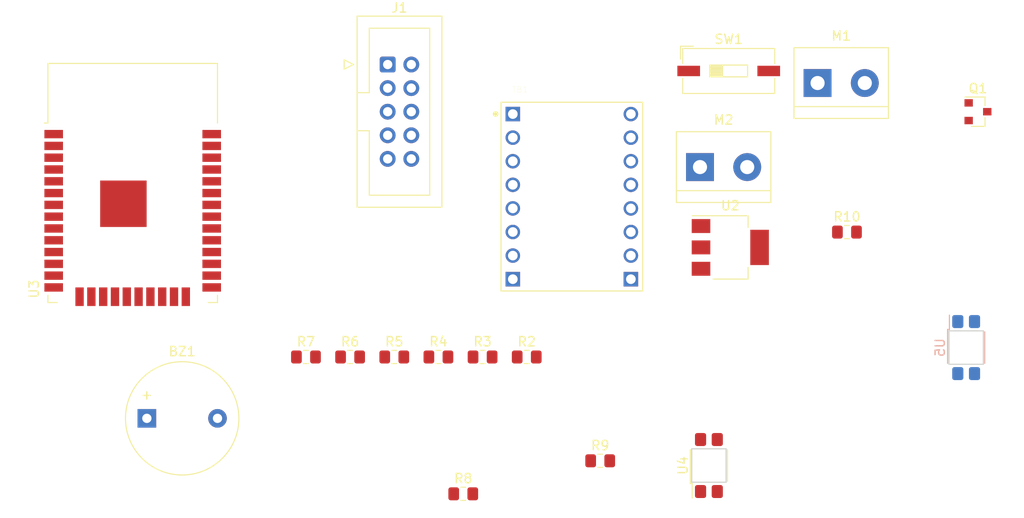
<source format=kicad_pcb>
(kicad_pcb (version 20171130) (host pcbnew "(5.1.6)-1")

  (general
    (thickness 1.6)
    (drawings 0)
    (tracks 0)
    (zones 0)
    (modules 20)
    (nets 82)
  )

  (page A4)
  (layers
    (0 F.Cu signal)
    (31 B.Cu signal)
    (32 B.Adhes user)
    (33 F.Adhes user)
    (34 B.Paste user)
    (35 F.Paste user)
    (36 B.SilkS user)
    (37 F.SilkS user)
    (38 B.Mask user)
    (39 F.Mask user)
    (40 Dwgs.User user)
    (41 Cmts.User user)
    (42 Eco1.User user)
    (43 Eco2.User user)
    (44 Edge.Cuts user)
    (45 Margin user)
    (46 B.CrtYd user)
    (47 F.CrtYd user)
    (48 B.Fab user)
    (49 F.Fab user)
  )

  (setup
    (last_trace_width 0.25)
    (trace_clearance 0.2)
    (zone_clearance 0.508)
    (zone_45_only no)
    (trace_min 0.2)
    (via_size 0.8)
    (via_drill 0.4)
    (via_min_size 0.4)
    (via_min_drill 0.3)
    (uvia_size 0.3)
    (uvia_drill 0.1)
    (uvias_allowed no)
    (uvia_min_size 0.2)
    (uvia_min_drill 0.1)
    (edge_width 0.05)
    (segment_width 0.2)
    (pcb_text_width 0.3)
    (pcb_text_size 1.5 1.5)
    (mod_edge_width 0.12)
    (mod_text_size 1 1)
    (mod_text_width 0.15)
    (pad_size 1.524 1.524)
    (pad_drill 0.762)
    (pad_to_mask_clearance 0.05)
    (aux_axis_origin 0 0)
    (visible_elements 7FFFFFFF)
    (pcbplotparams
      (layerselection 0x010fc_ffffffff)
      (usegerberextensions false)
      (usegerberattributes true)
      (usegerberadvancedattributes true)
      (creategerberjobfile true)
      (excludeedgelayer true)
      (linewidth 0.100000)
      (plotframeref false)
      (viasonmask false)
      (mode 1)
      (useauxorigin false)
      (hpglpennumber 1)
      (hpglpenspeed 20)
      (hpglpendiameter 15.000000)
      (psnegative false)
      (psa4output false)
      (plotreference true)
      (plotvalue true)
      (plotinvisibletext false)
      (padsonsilk false)
      (subtractmaskfromsilk false)
      (outputformat 1)
      (mirror false)
      (drillshape 1)
      (scaleselection 1)
      (outputdirectory ""))
  )

  (net 0 "")
  (net 1 +3V3)
  (net 2 "Net-(BZ1-Pad2)")
  (net 3 /OutSensor2)
  (net 4 /OutSensor4)
  (net 5 /OutSensor5)
  (net 6 /OutSensor7)
  (net 7 /OutSensor1)
  (net 8 /OutSensor3)
  (net 9 GND)
  (net 10 /OutSensor6)
  (net 11 /OutSensor8)
  (net 12 /OutPonteHMotor12)
  (net 13 "Net-(C3-Pad1)")
  (net 14 "Net-(C4-Pad1)")
  (net 15 /OutPonteHMotor22)
  (net 16 "Net-(Q1-Pad1)")
  (net 17 /SinalModuladoSom)
  (net 18 /PortaDigital1)
  (net 19 "Net-(D1-Pad1)")
  (net 20 /PortaDigital2)
  (net 21 "Net-(D2-Pad1)")
  (net 22 /PortaDigital3)
  (net 23 "Net-(D3-Pad1)")
  (net 24 "Net-(D4-Pad1)")
  (net 25 /PortaDigital4)
  (net 26 "Net-(D5-Pad1)")
  (net 27 /PortaDigital5)
  (net 28 "Net-(D6-Pad1)")
  (net 29 /OutNivelBateria)
  (net 30 /Vbat)
  (net 31 "Net-(C1-Pad1)")
  (net 32 /OutPonteHMotor11)
  (net 33 /OutPonteHMotor21)
  (net 34 /Motor2PWM)
  (net 35 /Motor2Dir2)
  (net 36 /Motor2Dir1)
  (net 37 /Enable)
  (net 38 /Motor1Dir1)
  (net 39 /Motor1Dir2)
  (net 40 /Motor1PWM)
  (net 41 "Net-(F1-Pad1)")
  (net 42 "Net-(R11-Pad2)")
  (net 43 "Net-(U3-Pad3)")
  (net 44 "Net-(U3-Pad4)")
  (net 45 "Net-(U3-Pad5)")
  (net 46 "Net-(U3-Pad6)")
  (net 47 "Net-(U3-Pad7)")
  (net 48 "Net-(U3-Pad8)")
  (net 49 "Net-(U3-Pad9)")
  (net 50 "Net-(U3-Pad10)")
  (net 51 "Net-(U3-Pad11)")
  (net 52 "Net-(U3-Pad12)")
  (net 53 "Net-(U3-Pad13)")
  (net 54 "Net-(U3-Pad14)")
  (net 55 "Net-(U3-Pad16)")
  (net 56 "Net-(U3-Pad17)")
  (net 57 "Net-(U3-Pad18)")
  (net 58 "Net-(U3-Pad19)")
  (net 59 "Net-(U3-Pad20)")
  (net 60 "Net-(U3-Pad21)")
  (net 61 "Net-(U3-Pad22)")
  (net 62 "Net-(U3-Pad23)")
  (net 63 "Net-(U3-Pad24)")
  (net 64 "Net-(U3-Pad25)")
  (net 65 "Net-(U3-Pad26)")
  (net 66 "Net-(U3-Pad27)")
  (net 67 "Net-(U3-Pad28)")
  (net 68 "Net-(U3-Pad29)")
  (net 69 "Net-(U3-Pad30)")
  (net 70 "Net-(U3-Pad31)")
  (net 71 "Net-(U3-Pad32)")
  (net 72 "Net-(U3-Pad33)")
  (net 73 "Net-(U3-Pad34)")
  (net 74 "Net-(U3-Pad35)")
  (net 75 "Net-(U3-Pad36)")
  (net 76 "Net-(U3-Pad37)")
  (net 77 /OutSensor9)
  (net 78 /InMosfet)
  (net 79 "Net-(R14-Pad2)")
  (net 80 "Net-(R16-Pad2)")
  (net 81 /OutSensor10)

  (net_class Default "This is the default net class."
    (clearance 0.2)
    (trace_width 0.25)
    (via_dia 0.8)
    (via_drill 0.4)
    (uvia_dia 0.3)
    (uvia_drill 0.1)
    (add_net /InMosfet)
    (add_net GND)
    (add_net "Net-(BZ1-Pad2)")
    (add_net "Net-(C1-Pad1)")
    (add_net "Net-(C3-Pad1)")
    (add_net "Net-(C4-Pad1)")
    (add_net "Net-(D1-Pad1)")
    (add_net "Net-(D2-Pad1)")
    (add_net "Net-(D3-Pad1)")
    (add_net "Net-(D4-Pad1)")
    (add_net "Net-(D5-Pad1)")
    (add_net "Net-(D6-Pad1)")
    (add_net "Net-(F1-Pad1)")
    (add_net "Net-(Q1-Pad1)")
    (add_net "Net-(R11-Pad2)")
    (add_net "Net-(R14-Pad2)")
    (add_net "Net-(R16-Pad2)")
    (add_net "Net-(U3-Pad10)")
    (add_net "Net-(U3-Pad11)")
    (add_net "Net-(U3-Pad12)")
    (add_net "Net-(U3-Pad13)")
    (add_net "Net-(U3-Pad14)")
    (add_net "Net-(U3-Pad16)")
    (add_net "Net-(U3-Pad17)")
    (add_net "Net-(U3-Pad18)")
    (add_net "Net-(U3-Pad19)")
    (add_net "Net-(U3-Pad20)")
    (add_net "Net-(U3-Pad21)")
    (add_net "Net-(U3-Pad22)")
    (add_net "Net-(U3-Pad23)")
    (add_net "Net-(U3-Pad24)")
    (add_net "Net-(U3-Pad25)")
    (add_net "Net-(U3-Pad26)")
    (add_net "Net-(U3-Pad27)")
    (add_net "Net-(U3-Pad28)")
    (add_net "Net-(U3-Pad29)")
    (add_net "Net-(U3-Pad3)")
    (add_net "Net-(U3-Pad30)")
    (add_net "Net-(U3-Pad31)")
    (add_net "Net-(U3-Pad32)")
    (add_net "Net-(U3-Pad33)")
    (add_net "Net-(U3-Pad34)")
    (add_net "Net-(U3-Pad35)")
    (add_net "Net-(U3-Pad36)")
    (add_net "Net-(U3-Pad37)")
    (add_net "Net-(U3-Pad4)")
    (add_net "Net-(U3-Pad5)")
    (add_net "Net-(U3-Pad6)")
    (add_net "Net-(U3-Pad7)")
    (add_net "Net-(U3-Pad8)")
    (add_net "Net-(U3-Pad9)")
  )

  (net_class 8.4V ""
    (clearance 0.8)
    (trace_width 0.9)
    (via_dia 1)
    (via_drill 0.6)
    (uvia_dia 0.3)
    (uvia_drill 0.1)
    (add_net /OutPonteHMotor11)
    (add_net /OutPonteHMotor12)
    (add_net /OutPonteHMotor21)
    (add_net /OutPonteHMotor22)
    (add_net /Vbat)
  )

  (net_class Esp32 ""
    (clearance 0.2)
    (trace_width 0.25)
    (via_dia 0.6)
    (via_drill 0.4)
    (uvia_dia 0.3)
    (uvia_drill 0.1)
    (add_net /Enable)
    (add_net /Motor1Dir1)
    (add_net /Motor1Dir2)
    (add_net /Motor1PWM)
    (add_net /Motor2Dir1)
    (add_net /Motor2Dir2)
    (add_net /Motor2PWM)
    (add_net /OutNivelBateria)
    (add_net /OutSensor1)
    (add_net /OutSensor10)
    (add_net /OutSensor2)
    (add_net /OutSensor3)
    (add_net /OutSensor4)
    (add_net /OutSensor5)
    (add_net /OutSensor6)
    (add_net /OutSensor7)
    (add_net /OutSensor8)
    (add_net /OutSensor9)
    (add_net /PortaDigital1)
    (add_net /PortaDigital2)
    (add_net /PortaDigital3)
    (add_net /PortaDigital4)
    (add_net /PortaDigital5)
    (add_net /SinalModuladoSom)
  )

  (net_class Vcc ""
    (clearance 0.4)
    (trace_width 0.6)
    (via_dia 0.8)
    (via_drill 0.4)
    (uvia_dia 0.3)
    (uvia_drill 0.1)
    (add_net +3V3)
  )

  (module Buzzer_Beeper:Buzzer_12x9.5RM7.6 (layer F.Cu) (tedit 5A030281) (tstamp 5F73EA8C)
    (at 131.572 111.76)
    (descr "Generic Buzzer, D12mm height 9.5mm with RM7.6mm")
    (tags buzzer)
    (path /5F3E10D5)
    (fp_text reference BZ1 (at 3.8 -7.2) (layer F.SilkS)
      (effects (font (size 1 1) (thickness 0.15)))
    )
    (fp_text value Buzzer (at 3.8 7.4) (layer F.Fab)
      (effects (font (size 1 1) (thickness 0.15)))
    )
    (fp_circle (center 3.8 0) (end 10.05 0) (layer F.CrtYd) (width 0.05))
    (fp_circle (center 3.8 0) (end 9.8 0) (layer F.Fab) (width 0.1))
    (fp_circle (center 3.8 0) (end 4.8 0) (layer F.Fab) (width 0.1))
    (fp_circle (center 3.8 0) (end 9.9 0) (layer F.SilkS) (width 0.12))
    (fp_text user + (at -0.01 -2.54) (layer F.Fab)
      (effects (font (size 1 1) (thickness 0.15)))
    )
    (fp_text user + (at -0.01 -2.54) (layer F.SilkS)
      (effects (font (size 1 1) (thickness 0.15)))
    )
    (fp_text user %R (at 3.8 -4) (layer F.Fab)
      (effects (font (size 1 1) (thickness 0.15)))
    )
    (pad 1 thru_hole rect (at 0 0) (size 2 2) (drill 1) (layers *.Cu *.Mask)
      (net 1 +3V3))
    (pad 2 thru_hole circle (at 7.6 0) (size 2 2) (drill 1) (layers *.Cu *.Mask)
      (net 2 "Net-(BZ1-Pad2)"))
    (model ${KISYS3DMOD}/Buzzer_Beeper.3dshapes/Buzzer_12x9.5RM7.6.wrl
      (at (xyz 0 0 0))
      (scale (xyz 1 1 1))
      (rotate (xyz 0 0 0))
    )
  )

  (module Connector_IDC:IDC-Header_2x05_P2.54mm_Vertical (layer F.Cu) (tedit 5EAC9A07) (tstamp 5F73EABB)
    (at 157.48 73.66)
    (descr "Through hole IDC box header, 2x05, 2.54mm pitch, DIN 41651 / IEC 60603-13, double rows, https://docs.google.com/spreadsheets/d/16SsEcesNF15N3Lb4niX7dcUr-NY5_MFPQhobNuNppn4/edit#gid=0")
    (tags "Through hole vertical IDC box header THT 2x05 2.54mm double row")
    (path /5F4C110C)
    (fp_text reference J1 (at 1.27 -6.1) (layer F.SilkS)
      (effects (font (size 1 1) (thickness 0.15)))
    )
    (fp_text value Conn_02x05_Counter_Clockwise (at 1.27 16.26) (layer F.Fab)
      (effects (font (size 1 1) (thickness 0.15)))
    )
    (fp_line (start -3.18 -4.1) (end -2.18 -5.1) (layer F.Fab) (width 0.1))
    (fp_line (start -2.18 -5.1) (end 5.72 -5.1) (layer F.Fab) (width 0.1))
    (fp_line (start 5.72 -5.1) (end 5.72 15.26) (layer F.Fab) (width 0.1))
    (fp_line (start 5.72 15.26) (end -3.18 15.26) (layer F.Fab) (width 0.1))
    (fp_line (start -3.18 15.26) (end -3.18 -4.1) (layer F.Fab) (width 0.1))
    (fp_line (start -3.18 3.03) (end -1.98 3.03) (layer F.Fab) (width 0.1))
    (fp_line (start -1.98 3.03) (end -1.98 -3.91) (layer F.Fab) (width 0.1))
    (fp_line (start -1.98 -3.91) (end 4.52 -3.91) (layer F.Fab) (width 0.1))
    (fp_line (start 4.52 -3.91) (end 4.52 14.07) (layer F.Fab) (width 0.1))
    (fp_line (start 4.52 14.07) (end -1.98 14.07) (layer F.Fab) (width 0.1))
    (fp_line (start -1.98 14.07) (end -1.98 7.13) (layer F.Fab) (width 0.1))
    (fp_line (start -1.98 7.13) (end -1.98 7.13) (layer F.Fab) (width 0.1))
    (fp_line (start -1.98 7.13) (end -3.18 7.13) (layer F.Fab) (width 0.1))
    (fp_line (start -3.29 -5.21) (end 5.83 -5.21) (layer F.SilkS) (width 0.12))
    (fp_line (start 5.83 -5.21) (end 5.83 15.37) (layer F.SilkS) (width 0.12))
    (fp_line (start 5.83 15.37) (end -3.29 15.37) (layer F.SilkS) (width 0.12))
    (fp_line (start -3.29 15.37) (end -3.29 -5.21) (layer F.SilkS) (width 0.12))
    (fp_line (start -3.29 3.03) (end -1.98 3.03) (layer F.SilkS) (width 0.12))
    (fp_line (start -1.98 3.03) (end -1.98 -3.91) (layer F.SilkS) (width 0.12))
    (fp_line (start -1.98 -3.91) (end 4.52 -3.91) (layer F.SilkS) (width 0.12))
    (fp_line (start 4.52 -3.91) (end 4.52 14.07) (layer F.SilkS) (width 0.12))
    (fp_line (start 4.52 14.07) (end -1.98 14.07) (layer F.SilkS) (width 0.12))
    (fp_line (start -1.98 14.07) (end -1.98 7.13) (layer F.SilkS) (width 0.12))
    (fp_line (start -1.98 7.13) (end -1.98 7.13) (layer F.SilkS) (width 0.12))
    (fp_line (start -1.98 7.13) (end -3.29 7.13) (layer F.SilkS) (width 0.12))
    (fp_line (start -3.68 0) (end -4.68 -0.5) (layer F.SilkS) (width 0.12))
    (fp_line (start -4.68 -0.5) (end -4.68 0.5) (layer F.SilkS) (width 0.12))
    (fp_line (start -4.68 0.5) (end -3.68 0) (layer F.SilkS) (width 0.12))
    (fp_line (start -3.68 -5.6) (end -3.68 15.76) (layer F.CrtYd) (width 0.05))
    (fp_line (start -3.68 15.76) (end 6.22 15.76) (layer F.CrtYd) (width 0.05))
    (fp_line (start 6.22 15.76) (end 6.22 -5.6) (layer F.CrtYd) (width 0.05))
    (fp_line (start 6.22 -5.6) (end -3.68 -5.6) (layer F.CrtYd) (width 0.05))
    (fp_text user %R (at 1.27 5.08 90) (layer F.Fab)
      (effects (font (size 1 1) (thickness 0.15)))
    )
    (pad 1 thru_hole roundrect (at 0 0) (size 1.7 1.7) (drill 1) (layers *.Cu *.Mask) (roundrect_rratio 0.147059)
      (net 1 +3V3))
    (pad 3 thru_hole circle (at 0 2.54) (size 1.7 1.7) (drill 1) (layers *.Cu *.Mask)
      (net 3 /OutSensor2))
    (pad 5 thru_hole circle (at 0 5.08) (size 1.7 1.7) (drill 1) (layers *.Cu *.Mask)
      (net 4 /OutSensor4))
    (pad 7 thru_hole circle (at 0 7.62) (size 1.7 1.7) (drill 1) (layers *.Cu *.Mask)
      (net 5 /OutSensor5))
    (pad 9 thru_hole circle (at 0 10.16) (size 1.7 1.7) (drill 1) (layers *.Cu *.Mask)
      (net 6 /OutSensor7))
    (pad 2 thru_hole circle (at 2.54 0) (size 1.7 1.7) (drill 1) (layers *.Cu *.Mask)
      (net 7 /OutSensor1))
    (pad 4 thru_hole circle (at 2.54 2.54) (size 1.7 1.7) (drill 1) (layers *.Cu *.Mask)
      (net 8 /OutSensor3))
    (pad 6 thru_hole circle (at 2.54 5.08) (size 1.7 1.7) (drill 1) (layers *.Cu *.Mask)
      (net 9 GND))
    (pad 8 thru_hole circle (at 2.54 7.62) (size 1.7 1.7) (drill 1) (layers *.Cu *.Mask)
      (net 10 /OutSensor6))
    (pad 10 thru_hole circle (at 2.54 10.16) (size 1.7 1.7) (drill 1) (layers *.Cu *.Mask)
      (net 11 /OutSensor8))
    (model ${KISYS3DMOD}/Connector_IDC.3dshapes/IDC-Header_2x05_P2.54mm_Vertical.wrl
      (at (xyz 0 0 0))
      (scale (xyz 1 1 1))
      (rotate (xyz 0 0 0))
    )
  )

  (module TerminalBlock:TerminalBlock_bornier-2_P5.08mm (layer F.Cu) (tedit 59FF03AB) (tstamp 5F73EAD0)
    (at 203.727001 75.653001)
    (descr "simple 2-pin terminal block, pitch 5.08mm, revamped version of bornier2")
    (tags "terminal block bornier2")
    (path /5EFD63AC)
    (fp_text reference M1 (at 2.54 -5.08) (layer F.SilkS)
      (effects (font (size 1 1) (thickness 0.15)))
    )
    (fp_text value Motor_DC (at 2.54 5.08) (layer F.Fab)
      (effects (font (size 1 1) (thickness 0.15)))
    )
    (fp_line (start 7.79 4) (end -2.71 4) (layer F.CrtYd) (width 0.05))
    (fp_line (start 7.79 4) (end 7.79 -4) (layer F.CrtYd) (width 0.05))
    (fp_line (start -2.71 -4) (end -2.71 4) (layer F.CrtYd) (width 0.05))
    (fp_line (start -2.71 -4) (end 7.79 -4) (layer F.CrtYd) (width 0.05))
    (fp_line (start -2.54 3.81) (end 7.62 3.81) (layer F.SilkS) (width 0.12))
    (fp_line (start -2.54 -3.81) (end -2.54 3.81) (layer F.SilkS) (width 0.12))
    (fp_line (start 7.62 -3.81) (end -2.54 -3.81) (layer F.SilkS) (width 0.12))
    (fp_line (start 7.62 3.81) (end 7.62 -3.81) (layer F.SilkS) (width 0.12))
    (fp_line (start 7.62 2.54) (end -2.54 2.54) (layer F.SilkS) (width 0.12))
    (fp_line (start 7.54 -3.75) (end -2.46 -3.75) (layer F.Fab) (width 0.1))
    (fp_line (start 7.54 3.75) (end 7.54 -3.75) (layer F.Fab) (width 0.1))
    (fp_line (start -2.46 3.75) (end 7.54 3.75) (layer F.Fab) (width 0.1))
    (fp_line (start -2.46 -3.75) (end -2.46 3.75) (layer F.Fab) (width 0.1))
    (fp_line (start -2.41 2.55) (end 7.49 2.55) (layer F.Fab) (width 0.1))
    (fp_text user %R (at 2.54 0) (layer F.Fab)
      (effects (font (size 1 1) (thickness 0.15)))
    )
    (pad 2 thru_hole circle (at 5.08 0) (size 3 3) (drill 1.52) (layers *.Cu *.Mask)
      (net 12 /OutPonteHMotor12))
    (pad 1 thru_hole rect (at 0 0) (size 3 3) (drill 1.52) (layers *.Cu *.Mask)
      (net 13 "Net-(C3-Pad1)"))
    (model ${KISYS3DMOD}/TerminalBlock.3dshapes/TerminalBlock_bornier-2_P5.08mm.wrl
      (offset (xyz 2.539999961853027 0 0))
      (scale (xyz 1 1 1))
      (rotate (xyz 0 0 0))
    )
  )

  (module TerminalBlock:TerminalBlock_bornier-2_P5.08mm (layer F.Cu) (tedit 59FF03AB) (tstamp 5F73EAE5)
    (at 191.077001 84.703001)
    (descr "simple 2-pin terminal block, pitch 5.08mm, revamped version of bornier2")
    (tags "terminal block bornier2")
    (path /5EFD5B6B)
    (fp_text reference M2 (at 2.54 -5.08) (layer F.SilkS)
      (effects (font (size 1 1) (thickness 0.15)))
    )
    (fp_text value Motor_DC (at 2.54 5.08) (layer F.Fab)
      (effects (font (size 1 1) (thickness 0.15)))
    )
    (fp_line (start -2.41 2.55) (end 7.49 2.55) (layer F.Fab) (width 0.1))
    (fp_line (start -2.46 -3.75) (end -2.46 3.75) (layer F.Fab) (width 0.1))
    (fp_line (start -2.46 3.75) (end 7.54 3.75) (layer F.Fab) (width 0.1))
    (fp_line (start 7.54 3.75) (end 7.54 -3.75) (layer F.Fab) (width 0.1))
    (fp_line (start 7.54 -3.75) (end -2.46 -3.75) (layer F.Fab) (width 0.1))
    (fp_line (start 7.62 2.54) (end -2.54 2.54) (layer F.SilkS) (width 0.12))
    (fp_line (start 7.62 3.81) (end 7.62 -3.81) (layer F.SilkS) (width 0.12))
    (fp_line (start 7.62 -3.81) (end -2.54 -3.81) (layer F.SilkS) (width 0.12))
    (fp_line (start -2.54 -3.81) (end -2.54 3.81) (layer F.SilkS) (width 0.12))
    (fp_line (start -2.54 3.81) (end 7.62 3.81) (layer F.SilkS) (width 0.12))
    (fp_line (start -2.71 -4) (end 7.79 -4) (layer F.CrtYd) (width 0.05))
    (fp_line (start -2.71 -4) (end -2.71 4) (layer F.CrtYd) (width 0.05))
    (fp_line (start 7.79 4) (end 7.79 -4) (layer F.CrtYd) (width 0.05))
    (fp_line (start 7.79 4) (end -2.71 4) (layer F.CrtYd) (width 0.05))
    (fp_text user %R (at 2.54 0) (layer F.Fab)
      (effects (font (size 1 1) (thickness 0.15)))
    )
    (pad 1 thru_hole rect (at 0 0) (size 3 3) (drill 1.52) (layers *.Cu *.Mask)
      (net 14 "Net-(C4-Pad1)"))
    (pad 2 thru_hole circle (at 5.08 0) (size 3 3) (drill 1.52) (layers *.Cu *.Mask)
      (net 15 /OutPonteHMotor22))
    (model ${KISYS3DMOD}/TerminalBlock.3dshapes/TerminalBlock_bornier-2_P5.08mm.wrl
      (offset (xyz 2.539999961853027 0 0))
      (scale (xyz 1 1 1))
      (rotate (xyz 0 0 0))
    )
  )

  (module Package_TO_SOT_SMD:SOT-23 (layer F.Cu) (tedit 5A02FF57) (tstamp 5F73EAFA)
    (at 220.98 78.74)
    (descr "SOT-23, Standard")
    (tags SOT-23)
    (path /5F3E245B)
    (attr smd)
    (fp_text reference Q1 (at 0 -2.5) (layer F.SilkS)
      (effects (font (size 1 1) (thickness 0.15)))
    )
    (fp_text value Q_PMOS_DGS (at 0 2.5) (layer F.Fab)
      (effects (font (size 1 1) (thickness 0.15)))
    )
    (fp_line (start -0.7 -0.95) (end -0.7 1.5) (layer F.Fab) (width 0.1))
    (fp_line (start -0.15 -1.52) (end 0.7 -1.52) (layer F.Fab) (width 0.1))
    (fp_line (start -0.7 -0.95) (end -0.15 -1.52) (layer F.Fab) (width 0.1))
    (fp_line (start 0.7 -1.52) (end 0.7 1.52) (layer F.Fab) (width 0.1))
    (fp_line (start -0.7 1.52) (end 0.7 1.52) (layer F.Fab) (width 0.1))
    (fp_line (start 0.76 1.58) (end 0.76 0.65) (layer F.SilkS) (width 0.12))
    (fp_line (start 0.76 -1.58) (end 0.76 -0.65) (layer F.SilkS) (width 0.12))
    (fp_line (start -1.7 -1.75) (end 1.7 -1.75) (layer F.CrtYd) (width 0.05))
    (fp_line (start 1.7 -1.75) (end 1.7 1.75) (layer F.CrtYd) (width 0.05))
    (fp_line (start 1.7 1.75) (end -1.7 1.75) (layer F.CrtYd) (width 0.05))
    (fp_line (start -1.7 1.75) (end -1.7 -1.75) (layer F.CrtYd) (width 0.05))
    (fp_line (start 0.76 -1.58) (end -1.4 -1.58) (layer F.SilkS) (width 0.12))
    (fp_line (start 0.76 1.58) (end -0.7 1.58) (layer F.SilkS) (width 0.12))
    (fp_text user %R (at 0 0 90) (layer F.Fab)
      (effects (font (size 0.5 0.5) (thickness 0.075)))
    )
    (pad 1 smd rect (at -1 -0.95) (size 0.9 0.8) (layers F.Cu F.Paste F.Mask)
      (net 16 "Net-(Q1-Pad1)"))
    (pad 2 smd rect (at -1 0.95) (size 0.9 0.8) (layers F.Cu F.Paste F.Mask)
      (net 17 /SinalModuladoSom))
    (pad 3 smd rect (at 1 0) (size 0.9 0.8) (layers F.Cu F.Paste F.Mask)
      (net 9 GND))
    (model ${KISYS3DMOD}/Package_TO_SOT_SMD.3dshapes/SOT-23.wrl
      (at (xyz 0 0 0))
      (scale (xyz 1 1 1))
      (rotate (xyz 0 0 0))
    )
  )

  (module Resistor_SMD:R_0805_2012Metric_Pad1.15x1.40mm_HandSolder (layer F.Cu) (tedit 5B36C52B) (tstamp 5F73EB0B)
    (at 172.437001 105.153001)
    (descr "Resistor SMD 0805 (2012 Metric), square (rectangular) end terminal, IPC_7351 nominal with elongated pad for handsoldering. (Body size source: https://docs.google.com/spreadsheets/d/1BsfQQcO9C6DZCsRaXUlFlo91Tg2WpOkGARC1WS5S8t0/edit?usp=sharing), generated with kicad-footprint-generator")
    (tags "resistor handsolder")
    (path /5F5A91F7)
    (attr smd)
    (fp_text reference R2 (at 0 -1.65) (layer F.SilkS)
      (effects (font (size 1 1) (thickness 0.15)))
    )
    (fp_text value 220Ω (at 0 1.65) (layer F.Fab)
      (effects (font (size 1 1) (thickness 0.15)))
    )
    (fp_line (start 1.85 0.95) (end -1.85 0.95) (layer F.CrtYd) (width 0.05))
    (fp_line (start 1.85 -0.95) (end 1.85 0.95) (layer F.CrtYd) (width 0.05))
    (fp_line (start -1.85 -0.95) (end 1.85 -0.95) (layer F.CrtYd) (width 0.05))
    (fp_line (start -1.85 0.95) (end -1.85 -0.95) (layer F.CrtYd) (width 0.05))
    (fp_line (start -0.261252 0.71) (end 0.261252 0.71) (layer F.SilkS) (width 0.12))
    (fp_line (start -0.261252 -0.71) (end 0.261252 -0.71) (layer F.SilkS) (width 0.12))
    (fp_line (start 1 0.6) (end -1 0.6) (layer F.Fab) (width 0.1))
    (fp_line (start 1 -0.6) (end 1 0.6) (layer F.Fab) (width 0.1))
    (fp_line (start -1 -0.6) (end 1 -0.6) (layer F.Fab) (width 0.1))
    (fp_line (start -1 0.6) (end -1 -0.6) (layer F.Fab) (width 0.1))
    (fp_text user %R (at 0 0) (layer F.Fab)
      (effects (font (size 0.5 0.5) (thickness 0.08)))
    )
    (pad 2 smd roundrect (at 1.025 0) (size 1.15 1.4) (layers F.Cu F.Paste F.Mask) (roundrect_rratio 0.217391)
      (net 18 /PortaDigital1))
    (pad 1 smd roundrect (at -1.025 0) (size 1.15 1.4) (layers F.Cu F.Paste F.Mask) (roundrect_rratio 0.217391)
      (net 19 "Net-(D1-Pad1)"))
    (model ${KISYS3DMOD}/Resistor_SMD.3dshapes/R_0805_2012Metric.wrl
      (at (xyz 0 0 0))
      (scale (xyz 1 1 1))
      (rotate (xyz 0 0 0))
    )
  )

  (module Resistor_SMD:R_0805_2012Metric_Pad1.15x1.40mm_HandSolder (layer F.Cu) (tedit 5B36C52B) (tstamp 5F73EB1C)
    (at 167.687001 105.153001)
    (descr "Resistor SMD 0805 (2012 Metric), square (rectangular) end terminal, IPC_7351 nominal with elongated pad for handsoldering. (Body size source: https://docs.google.com/spreadsheets/d/1BsfQQcO9C6DZCsRaXUlFlo91Tg2WpOkGARC1WS5S8t0/edit?usp=sharing), generated with kicad-footprint-generator")
    (tags "resistor handsolder")
    (path /5ECEFB62)
    (attr smd)
    (fp_text reference R3 (at 0 -1.65) (layer F.SilkS)
      (effects (font (size 1 1) (thickness 0.15)))
    )
    (fp_text value 220Ω (at 0 1.65) (layer F.Fab)
      (effects (font (size 1 1) (thickness 0.15)))
    )
    (fp_line (start 1.85 0.95) (end -1.85 0.95) (layer F.CrtYd) (width 0.05))
    (fp_line (start 1.85 -0.95) (end 1.85 0.95) (layer F.CrtYd) (width 0.05))
    (fp_line (start -1.85 -0.95) (end 1.85 -0.95) (layer F.CrtYd) (width 0.05))
    (fp_line (start -1.85 0.95) (end -1.85 -0.95) (layer F.CrtYd) (width 0.05))
    (fp_line (start -0.261252 0.71) (end 0.261252 0.71) (layer F.SilkS) (width 0.12))
    (fp_line (start -0.261252 -0.71) (end 0.261252 -0.71) (layer F.SilkS) (width 0.12))
    (fp_line (start 1 0.6) (end -1 0.6) (layer F.Fab) (width 0.1))
    (fp_line (start 1 -0.6) (end 1 0.6) (layer F.Fab) (width 0.1))
    (fp_line (start -1 -0.6) (end 1 -0.6) (layer F.Fab) (width 0.1))
    (fp_line (start -1 0.6) (end -1 -0.6) (layer F.Fab) (width 0.1))
    (fp_text user %R (at 0 0) (layer F.Fab)
      (effects (font (size 0.5 0.5) (thickness 0.08)))
    )
    (pad 2 smd roundrect (at 1.025 0) (size 1.15 1.4) (layers F.Cu F.Paste F.Mask) (roundrect_rratio 0.217391)
      (net 20 /PortaDigital2))
    (pad 1 smd roundrect (at -1.025 0) (size 1.15 1.4) (layers F.Cu F.Paste F.Mask) (roundrect_rratio 0.217391)
      (net 21 "Net-(D2-Pad1)"))
    (model ${KISYS3DMOD}/Resistor_SMD.3dshapes/R_0805_2012Metric.wrl
      (at (xyz 0 0 0))
      (scale (xyz 1 1 1))
      (rotate (xyz 0 0 0))
    )
  )

  (module Resistor_SMD:R_0805_2012Metric_Pad1.15x1.40mm_HandSolder (layer F.Cu) (tedit 5B36C52B) (tstamp 5F73EB2D)
    (at 162.937001 105.153001)
    (descr "Resistor SMD 0805 (2012 Metric), square (rectangular) end terminal, IPC_7351 nominal with elongated pad for handsoldering. (Body size source: https://docs.google.com/spreadsheets/d/1BsfQQcO9C6DZCsRaXUlFlo91Tg2WpOkGARC1WS5S8t0/edit?usp=sharing), generated with kicad-footprint-generator")
    (tags "resistor handsolder")
    (path /5ED0E28C)
    (attr smd)
    (fp_text reference R4 (at 0 -1.65) (layer F.SilkS)
      (effects (font (size 1 1) (thickness 0.15)))
    )
    (fp_text value 220Ω (at 0 1.65) (layer F.Fab)
      (effects (font (size 1 1) (thickness 0.15)))
    )
    (fp_line (start 1.85 0.95) (end -1.85 0.95) (layer F.CrtYd) (width 0.05))
    (fp_line (start 1.85 -0.95) (end 1.85 0.95) (layer F.CrtYd) (width 0.05))
    (fp_line (start -1.85 -0.95) (end 1.85 -0.95) (layer F.CrtYd) (width 0.05))
    (fp_line (start -1.85 0.95) (end -1.85 -0.95) (layer F.CrtYd) (width 0.05))
    (fp_line (start -0.261252 0.71) (end 0.261252 0.71) (layer F.SilkS) (width 0.12))
    (fp_line (start -0.261252 -0.71) (end 0.261252 -0.71) (layer F.SilkS) (width 0.12))
    (fp_line (start 1 0.6) (end -1 0.6) (layer F.Fab) (width 0.1))
    (fp_line (start 1 -0.6) (end 1 0.6) (layer F.Fab) (width 0.1))
    (fp_line (start -1 -0.6) (end 1 -0.6) (layer F.Fab) (width 0.1))
    (fp_line (start -1 0.6) (end -1 -0.6) (layer F.Fab) (width 0.1))
    (fp_text user %R (at 0 0) (layer F.Fab)
      (effects (font (size 0.5 0.5) (thickness 0.08)))
    )
    (pad 2 smd roundrect (at 1.025 0) (size 1.15 1.4) (layers F.Cu F.Paste F.Mask) (roundrect_rratio 0.217391)
      (net 22 /PortaDigital3))
    (pad 1 smd roundrect (at -1.025 0) (size 1.15 1.4) (layers F.Cu F.Paste F.Mask) (roundrect_rratio 0.217391)
      (net 23 "Net-(D3-Pad1)"))
    (model ${KISYS3DMOD}/Resistor_SMD.3dshapes/R_0805_2012Metric.wrl
      (at (xyz 0 0 0))
      (scale (xyz 1 1 1))
      (rotate (xyz 0 0 0))
    )
  )

  (module Resistor_SMD:R_0805_2012Metric_Pad1.15x1.40mm_HandSolder (layer F.Cu) (tedit 5B36C52B) (tstamp 5F73EB3E)
    (at 158.187001 105.153001)
    (descr "Resistor SMD 0805 (2012 Metric), square (rectangular) end terminal, IPC_7351 nominal with elongated pad for handsoldering. (Body size source: https://docs.google.com/spreadsheets/d/1BsfQQcO9C6DZCsRaXUlFlo91Tg2WpOkGARC1WS5S8t0/edit?usp=sharing), generated with kicad-footprint-generator")
    (tags "resistor handsolder")
    (path /5F4B2BD8)
    (attr smd)
    (fp_text reference R5 (at 0 -1.65) (layer F.SilkS)
      (effects (font (size 1 1) (thickness 0.15)))
    )
    (fp_text value 220Ω (at 0 1.65) (layer F.Fab)
      (effects (font (size 1 1) (thickness 0.15)))
    )
    (fp_line (start -1 0.6) (end -1 -0.6) (layer F.Fab) (width 0.1))
    (fp_line (start -1 -0.6) (end 1 -0.6) (layer F.Fab) (width 0.1))
    (fp_line (start 1 -0.6) (end 1 0.6) (layer F.Fab) (width 0.1))
    (fp_line (start 1 0.6) (end -1 0.6) (layer F.Fab) (width 0.1))
    (fp_line (start -0.261252 -0.71) (end 0.261252 -0.71) (layer F.SilkS) (width 0.12))
    (fp_line (start -0.261252 0.71) (end 0.261252 0.71) (layer F.SilkS) (width 0.12))
    (fp_line (start -1.85 0.95) (end -1.85 -0.95) (layer F.CrtYd) (width 0.05))
    (fp_line (start -1.85 -0.95) (end 1.85 -0.95) (layer F.CrtYd) (width 0.05))
    (fp_line (start 1.85 -0.95) (end 1.85 0.95) (layer F.CrtYd) (width 0.05))
    (fp_line (start 1.85 0.95) (end -1.85 0.95) (layer F.CrtYd) (width 0.05))
    (fp_text user %R (at 0 0) (layer F.Fab)
      (effects (font (size 0.5 0.5) (thickness 0.08)))
    )
    (pad 1 smd roundrect (at -1.025 0) (size 1.15 1.4) (layers F.Cu F.Paste F.Mask) (roundrect_rratio 0.217391)
      (net 24 "Net-(D4-Pad1)"))
    (pad 2 smd roundrect (at 1.025 0) (size 1.15 1.4) (layers F.Cu F.Paste F.Mask) (roundrect_rratio 0.217391)
      (net 25 /PortaDigital4))
    (model ${KISYS3DMOD}/Resistor_SMD.3dshapes/R_0805_2012Metric.wrl
      (at (xyz 0 0 0))
      (scale (xyz 1 1 1))
      (rotate (xyz 0 0 0))
    )
  )

  (module Resistor_SMD:R_0805_2012Metric_Pad1.15x1.40mm_HandSolder (layer F.Cu) (tedit 5B36C52B) (tstamp 5F73EB4F)
    (at 153.437001 105.153001)
    (descr "Resistor SMD 0805 (2012 Metric), square (rectangular) end terminal, IPC_7351 nominal with elongated pad for handsoldering. (Body size source: https://docs.google.com/spreadsheets/d/1BsfQQcO9C6DZCsRaXUlFlo91Tg2WpOkGARC1WS5S8t0/edit?usp=sharing), generated with kicad-footprint-generator")
    (tags "resistor handsolder")
    (path /5F4B90B9)
    (attr smd)
    (fp_text reference R6 (at 0 -1.65) (layer F.SilkS)
      (effects (font (size 1 1) (thickness 0.15)))
    )
    (fp_text value 220Ω (at 0 1.65) (layer F.Fab)
      (effects (font (size 1 1) (thickness 0.15)))
    )
    (fp_line (start -1 0.6) (end -1 -0.6) (layer F.Fab) (width 0.1))
    (fp_line (start -1 -0.6) (end 1 -0.6) (layer F.Fab) (width 0.1))
    (fp_line (start 1 -0.6) (end 1 0.6) (layer F.Fab) (width 0.1))
    (fp_line (start 1 0.6) (end -1 0.6) (layer F.Fab) (width 0.1))
    (fp_line (start -0.261252 -0.71) (end 0.261252 -0.71) (layer F.SilkS) (width 0.12))
    (fp_line (start -0.261252 0.71) (end 0.261252 0.71) (layer F.SilkS) (width 0.12))
    (fp_line (start -1.85 0.95) (end -1.85 -0.95) (layer F.CrtYd) (width 0.05))
    (fp_line (start -1.85 -0.95) (end 1.85 -0.95) (layer F.CrtYd) (width 0.05))
    (fp_line (start 1.85 -0.95) (end 1.85 0.95) (layer F.CrtYd) (width 0.05))
    (fp_line (start 1.85 0.95) (end -1.85 0.95) (layer F.CrtYd) (width 0.05))
    (fp_text user %R (at 0 0) (layer F.Fab)
      (effects (font (size 0.5 0.5) (thickness 0.08)))
    )
    (pad 1 smd roundrect (at -1.025 0) (size 1.15 1.4) (layers F.Cu F.Paste F.Mask) (roundrect_rratio 0.217391)
      (net 26 "Net-(D5-Pad1)"))
    (pad 2 smd roundrect (at 1.025 0) (size 1.15 1.4) (layers F.Cu F.Paste F.Mask) (roundrect_rratio 0.217391)
      (net 27 /PortaDigital5))
    (model ${KISYS3DMOD}/Resistor_SMD.3dshapes/R_0805_2012Metric.wrl
      (at (xyz 0 0 0))
      (scale (xyz 1 1 1))
      (rotate (xyz 0 0 0))
    )
  )

  (module Resistor_SMD:R_0805_2012Metric_Pad1.15x1.40mm_HandSolder (layer F.Cu) (tedit 5B36C52B) (tstamp 5F73EB60)
    (at 148.687001 105.153001)
    (descr "Resistor SMD 0805 (2012 Metric), square (rectangular) end terminal, IPC_7351 nominal with elongated pad for handsoldering. (Body size source: https://docs.google.com/spreadsheets/d/1BsfQQcO9C6DZCsRaXUlFlo91Tg2WpOkGARC1WS5S8t0/edit?usp=sharing), generated with kicad-footprint-generator")
    (tags "resistor handsolder")
    (path /5ED39BA0)
    (attr smd)
    (fp_text reference R7 (at 0 -1.65) (layer F.SilkS)
      (effects (font (size 1 1) (thickness 0.15)))
    )
    (fp_text value 2K2Ω (at 0 1.65) (layer F.Fab)
      (effects (font (size 1 1) (thickness 0.15)))
    )
    (fp_line (start -1 0.6) (end -1 -0.6) (layer F.Fab) (width 0.1))
    (fp_line (start -1 -0.6) (end 1 -0.6) (layer F.Fab) (width 0.1))
    (fp_line (start 1 -0.6) (end 1 0.6) (layer F.Fab) (width 0.1))
    (fp_line (start 1 0.6) (end -1 0.6) (layer F.Fab) (width 0.1))
    (fp_line (start -0.261252 -0.71) (end 0.261252 -0.71) (layer F.SilkS) (width 0.12))
    (fp_line (start -0.261252 0.71) (end 0.261252 0.71) (layer F.SilkS) (width 0.12))
    (fp_line (start -1.85 0.95) (end -1.85 -0.95) (layer F.CrtYd) (width 0.05))
    (fp_line (start -1.85 -0.95) (end 1.85 -0.95) (layer F.CrtYd) (width 0.05))
    (fp_line (start 1.85 -0.95) (end 1.85 0.95) (layer F.CrtYd) (width 0.05))
    (fp_line (start 1.85 0.95) (end -1.85 0.95) (layer F.CrtYd) (width 0.05))
    (fp_text user %R (at 0 0) (layer F.Fab)
      (effects (font (size 0.5 0.5) (thickness 0.08)))
    )
    (pad 1 smd roundrect (at -1.025 0) (size 1.15 1.4) (layers F.Cu F.Paste F.Mask) (roundrect_rratio 0.217391)
      (net 28 "Net-(D6-Pad1)"))
    (pad 2 smd roundrect (at 1.025 0) (size 1.15 1.4) (layers F.Cu F.Paste F.Mask) (roundrect_rratio 0.217391)
      (net 9 GND))
    (model ${KISYS3DMOD}/Resistor_SMD.3dshapes/R_0805_2012Metric.wrl
      (at (xyz 0 0 0))
      (scale (xyz 1 1 1))
      (rotate (xyz 0 0 0))
    )
  )

  (module Resistor_SMD:R_0805_2012Metric_Pad1.15x1.40mm_HandSolder (layer F.Cu) (tedit 5B36C52B) (tstamp 5F73EB71)
    (at 165.608 119.888)
    (descr "Resistor SMD 0805 (2012 Metric), square (rectangular) end terminal, IPC_7351 nominal with elongated pad for handsoldering. (Body size source: https://docs.google.com/spreadsheets/d/1BsfQQcO9C6DZCsRaXUlFlo91Tg2WpOkGARC1WS5S8t0/edit?usp=sharing), generated with kicad-footprint-generator")
    (tags "resistor handsolder")
    (path /5F3CC157)
    (attr smd)
    (fp_text reference R8 (at 0 -1.65) (layer F.SilkS)
      (effects (font (size 1 1) (thickness 0.15)))
    )
    (fp_text value 160 (at 0 1.65) (layer F.Fab)
      (effects (font (size 1 1) (thickness 0.15)))
    )
    (fp_line (start -1 0.6) (end -1 -0.6) (layer F.Fab) (width 0.1))
    (fp_line (start -1 -0.6) (end 1 -0.6) (layer F.Fab) (width 0.1))
    (fp_line (start 1 -0.6) (end 1 0.6) (layer F.Fab) (width 0.1))
    (fp_line (start 1 0.6) (end -1 0.6) (layer F.Fab) (width 0.1))
    (fp_line (start -0.261252 -0.71) (end 0.261252 -0.71) (layer F.SilkS) (width 0.12))
    (fp_line (start -0.261252 0.71) (end 0.261252 0.71) (layer F.SilkS) (width 0.12))
    (fp_line (start -1.85 0.95) (end -1.85 -0.95) (layer F.CrtYd) (width 0.05))
    (fp_line (start -1.85 -0.95) (end 1.85 -0.95) (layer F.CrtYd) (width 0.05))
    (fp_line (start 1.85 -0.95) (end 1.85 0.95) (layer F.CrtYd) (width 0.05))
    (fp_line (start 1.85 0.95) (end -1.85 0.95) (layer F.CrtYd) (width 0.05))
    (fp_text user %R (at 0 0) (layer F.Fab)
      (effects (font (size 0.5 0.5) (thickness 0.08)))
    )
    (pad 1 smd roundrect (at -1.025 0) (size 1.15 1.4) (layers F.Cu F.Paste F.Mask) (roundrect_rratio 0.217391)
      (net 2 "Net-(BZ1-Pad2)"))
    (pad 2 smd roundrect (at 1.025 0) (size 1.15 1.4) (layers F.Cu F.Paste F.Mask) (roundrect_rratio 0.217391)
      (net 16 "Net-(Q1-Pad1)"))
    (model ${KISYS3DMOD}/Resistor_SMD.3dshapes/R_0805_2012Metric.wrl
      (at (xyz 0 0 0))
      (scale (xyz 1 1 1))
      (rotate (xyz 0 0 0))
    )
  )

  (module Resistor_SMD:R_0805_2012Metric_Pad1.15x1.40mm_HandSolder (layer F.Cu) (tedit 5B36C52B) (tstamp 5F73EB82)
    (at 180.34 116.332)
    (descr "Resistor SMD 0805 (2012 Metric), square (rectangular) end terminal, IPC_7351 nominal with elongated pad for handsoldering. (Body size source: https://docs.google.com/spreadsheets/d/1BsfQQcO9C6DZCsRaXUlFlo91Tg2WpOkGARC1WS5S8t0/edit?usp=sharing), generated with kicad-footprint-generator")
    (tags "resistor handsolder")
    (path /5EFC2534)
    (attr smd)
    (fp_text reference R9 (at 0 -1.65) (layer F.SilkS)
      (effects (font (size 1 1) (thickness 0.15)))
    )
    (fp_text value 100K (at 0 1.65) (layer F.Fab)
      (effects (font (size 1 1) (thickness 0.15)))
    )
    (fp_line (start 1.85 0.95) (end -1.85 0.95) (layer F.CrtYd) (width 0.05))
    (fp_line (start 1.85 -0.95) (end 1.85 0.95) (layer F.CrtYd) (width 0.05))
    (fp_line (start -1.85 -0.95) (end 1.85 -0.95) (layer F.CrtYd) (width 0.05))
    (fp_line (start -1.85 0.95) (end -1.85 -0.95) (layer F.CrtYd) (width 0.05))
    (fp_line (start -0.261252 0.71) (end 0.261252 0.71) (layer F.SilkS) (width 0.12))
    (fp_line (start -0.261252 -0.71) (end 0.261252 -0.71) (layer F.SilkS) (width 0.12))
    (fp_line (start 1 0.6) (end -1 0.6) (layer F.Fab) (width 0.1))
    (fp_line (start 1 -0.6) (end 1 0.6) (layer F.Fab) (width 0.1))
    (fp_line (start -1 -0.6) (end 1 -0.6) (layer F.Fab) (width 0.1))
    (fp_line (start -1 0.6) (end -1 -0.6) (layer F.Fab) (width 0.1))
    (fp_text user %R (at 0 0) (layer F.Fab)
      (effects (font (size 0.5 0.5) (thickness 0.08)))
    )
    (pad 2 smd roundrect (at 1.025 0) (size 1.15 1.4) (layers F.Cu F.Paste F.Mask) (roundrect_rratio 0.217391)
      (net 29 /OutNivelBateria))
    (pad 1 smd roundrect (at -1.025 0) (size 1.15 1.4) (layers F.Cu F.Paste F.Mask) (roundrect_rratio 0.217391)
      (net 30 /Vbat))
    (model ${KISYS3DMOD}/Resistor_SMD.3dshapes/R_0805_2012Metric.wrl
      (at (xyz 0 0 0))
      (scale (xyz 1 1 1))
      (rotate (xyz 0 0 0))
    )
  )

  (module Resistor_SMD:R_0805_2012Metric_Pad1.15x1.40mm_HandSolder (layer F.Cu) (tedit 5B36C52B) (tstamp 5F73EB93)
    (at 206.887001 91.703001)
    (descr "Resistor SMD 0805 (2012 Metric), square (rectangular) end terminal, IPC_7351 nominal with elongated pad for handsoldering. (Body size source: https://docs.google.com/spreadsheets/d/1BsfQQcO9C6DZCsRaXUlFlo91Tg2WpOkGARC1WS5S8t0/edit?usp=sharing), generated with kicad-footprint-generator")
    (tags "resistor handsolder")
    (path /5EFC1F6C)
    (attr smd)
    (fp_text reference R10 (at 0 -1.65) (layer F.SilkS)
      (effects (font (size 1 1) (thickness 0.15)))
    )
    (fp_text value 43K (at 0 1.65) (layer F.Fab)
      (effects (font (size 1 1) (thickness 0.15)))
    )
    (fp_line (start -1 0.6) (end -1 -0.6) (layer F.Fab) (width 0.1))
    (fp_line (start -1 -0.6) (end 1 -0.6) (layer F.Fab) (width 0.1))
    (fp_line (start 1 -0.6) (end 1 0.6) (layer F.Fab) (width 0.1))
    (fp_line (start 1 0.6) (end -1 0.6) (layer F.Fab) (width 0.1))
    (fp_line (start -0.261252 -0.71) (end 0.261252 -0.71) (layer F.SilkS) (width 0.12))
    (fp_line (start -0.261252 0.71) (end 0.261252 0.71) (layer F.SilkS) (width 0.12))
    (fp_line (start -1.85 0.95) (end -1.85 -0.95) (layer F.CrtYd) (width 0.05))
    (fp_line (start -1.85 -0.95) (end 1.85 -0.95) (layer F.CrtYd) (width 0.05))
    (fp_line (start 1.85 -0.95) (end 1.85 0.95) (layer F.CrtYd) (width 0.05))
    (fp_line (start 1.85 0.95) (end -1.85 0.95) (layer F.CrtYd) (width 0.05))
    (fp_text user %R (at 0 0) (layer F.Fab)
      (effects (font (size 0.5 0.5) (thickness 0.08)))
    )
    (pad 1 smd roundrect (at -1.025 0) (size 1.15 1.4) (layers F.Cu F.Paste F.Mask) (roundrect_rratio 0.217391)
      (net 29 /OutNivelBateria))
    (pad 2 smd roundrect (at 1.025 0) (size 1.15 1.4) (layers F.Cu F.Paste F.Mask) (roundrect_rratio 0.217391)
      (net 9 GND))
    (model ${KISYS3DMOD}/Resistor_SMD.3dshapes/R_0805_2012Metric.wrl
      (at (xyz 0 0 0))
      (scale (xyz 1 1 1))
      (rotate (xyz 0 0 0))
    )
  )

  (module Button_Switch_SMD:SW_DIP_SPSTx01_Slide_9.78x4.72mm_W8.61mm_P2.54mm (layer F.Cu) (tedit 5A4E1404) (tstamp 5F73EBCC)
    (at 194.167001 74.353001)
    (descr "SMD 1x-dip-switch SPST , Slide, row spacing 8.61 mm (338 mils), body size 9.78x4.72mm (see e.g. https://www.ctscorp.com/wp-content/uploads/204.pdf), SMD")
    (tags "SMD DIP Switch SPST Slide 8.61mm 338mil SMD")
    (path /5F70B9BB)
    (attr smd)
    (fp_text reference SW1 (at 0 -3.42) (layer F.SilkS)
      (effects (font (size 1 1) (thickness 0.15)))
    )
    (fp_text value SW_DIP_x01 (at 0 3.42) (layer F.Fab)
      (effects (font (size 1 1) (thickness 0.15)))
    )
    (fp_line (start -3.89 -2.36) (end 4.89 -2.36) (layer F.Fab) (width 0.1))
    (fp_line (start 4.89 -2.36) (end 4.89 2.36) (layer F.Fab) (width 0.1))
    (fp_line (start 4.89 2.36) (end -4.89 2.36) (layer F.Fab) (width 0.1))
    (fp_line (start -4.89 2.36) (end -4.89 -1.36) (layer F.Fab) (width 0.1))
    (fp_line (start -4.89 -1.36) (end -3.89 -2.36) (layer F.Fab) (width 0.1))
    (fp_line (start -2.03 -0.635) (end -2.03 0.635) (layer F.Fab) (width 0.1))
    (fp_line (start -2.03 0.635) (end 2.03 0.635) (layer F.Fab) (width 0.1))
    (fp_line (start 2.03 0.635) (end 2.03 -0.635) (layer F.Fab) (width 0.1))
    (fp_line (start 2.03 -0.635) (end -2.03 -0.635) (layer F.Fab) (width 0.1))
    (fp_line (start -2.03 -0.535) (end -0.676667 -0.535) (layer F.Fab) (width 0.1))
    (fp_line (start -2.03 -0.435) (end -0.676667 -0.435) (layer F.Fab) (width 0.1))
    (fp_line (start -2.03 -0.335) (end -0.676667 -0.335) (layer F.Fab) (width 0.1))
    (fp_line (start -2.03 -0.235) (end -0.676667 -0.235) (layer F.Fab) (width 0.1))
    (fp_line (start -2.03 -0.135) (end -0.676667 -0.135) (layer F.Fab) (width 0.1))
    (fp_line (start -2.03 -0.035) (end -0.676667 -0.035) (layer F.Fab) (width 0.1))
    (fp_line (start -2.03 0.065) (end -0.676667 0.065) (layer F.Fab) (width 0.1))
    (fp_line (start -2.03 0.165) (end -0.676667 0.165) (layer F.Fab) (width 0.1))
    (fp_line (start -2.03 0.265) (end -0.676667 0.265) (layer F.Fab) (width 0.1))
    (fp_line (start -2.03 0.365) (end -0.676667 0.365) (layer F.Fab) (width 0.1))
    (fp_line (start -2.03 0.465) (end -0.676667 0.465) (layer F.Fab) (width 0.1))
    (fp_line (start -2.03 0.565) (end -0.676667 0.565) (layer F.Fab) (width 0.1))
    (fp_line (start -0.676667 -0.635) (end -0.676667 0.635) (layer F.Fab) (width 0.1))
    (fp_line (start -4.95 -2.42) (end 4.95 -2.42) (layer F.SilkS) (width 0.12))
    (fp_line (start -4.95 2.42) (end 4.95 2.42) (layer F.SilkS) (width 0.12))
    (fp_line (start -4.95 -2.42) (end -4.95 -0.8) (layer F.SilkS) (width 0.12))
    (fp_line (start -4.95 0.8) (end -4.95 2.42) (layer F.SilkS) (width 0.12))
    (fp_line (start 4.95 -2.42) (end 4.95 -0.8) (layer F.SilkS) (width 0.12))
    (fp_line (start 4.95 0.8) (end 4.95 2.42) (layer F.SilkS) (width 0.12))
    (fp_line (start -5.19 -2.66) (end -3.806 -2.66) (layer F.SilkS) (width 0.12))
    (fp_line (start -5.19 -2.66) (end -5.19 -1.277) (layer F.SilkS) (width 0.12))
    (fp_line (start -2.03 -0.635) (end -2.03 0.635) (layer F.SilkS) (width 0.12))
    (fp_line (start -2.03 0.635) (end 2.03 0.635) (layer F.SilkS) (width 0.12))
    (fp_line (start 2.03 0.635) (end 2.03 -0.635) (layer F.SilkS) (width 0.12))
    (fp_line (start 2.03 -0.635) (end -2.03 -0.635) (layer F.SilkS) (width 0.12))
    (fp_line (start -2.03 -0.515) (end -0.676667 -0.515) (layer F.SilkS) (width 0.12))
    (fp_line (start -2.03 -0.395) (end -0.676667 -0.395) (layer F.SilkS) (width 0.12))
    (fp_line (start -2.03 -0.275) (end -0.676667 -0.275) (layer F.SilkS) (width 0.12))
    (fp_line (start -2.03 -0.155) (end -0.676667 -0.155) (layer F.SilkS) (width 0.12))
    (fp_line (start -2.03 -0.035) (end -0.676667 -0.035) (layer F.SilkS) (width 0.12))
    (fp_line (start -2.03 0.085) (end -0.676667 0.085) (layer F.SilkS) (width 0.12))
    (fp_line (start -2.03 0.205) (end -0.676667 0.205) (layer F.SilkS) (width 0.12))
    (fp_line (start -2.03 0.325) (end -0.676667 0.325) (layer F.SilkS) (width 0.12))
    (fp_line (start -2.03 0.445) (end -0.676667 0.445) (layer F.SilkS) (width 0.12))
    (fp_line (start -2.03 0.565) (end -0.676667 0.565) (layer F.SilkS) (width 0.12))
    (fp_line (start -0.676667 -0.635) (end -0.676667 0.635) (layer F.SilkS) (width 0.12))
    (fp_line (start -5.8 -2.7) (end -5.8 2.7) (layer F.CrtYd) (width 0.05))
    (fp_line (start -5.8 2.7) (end 5.8 2.7) (layer F.CrtYd) (width 0.05))
    (fp_line (start 5.8 2.7) (end 5.8 -2.7) (layer F.CrtYd) (width 0.05))
    (fp_line (start 5.8 -2.7) (end -5.8 -2.7) (layer F.CrtYd) (width 0.05))
    (fp_text user %R (at 3.46 0 90) (layer F.Fab)
      (effects (font (size 0.6 0.6) (thickness 0.09)))
    )
    (fp_text user on (at 1.3075 -1.4975) (layer F.Fab)
      (effects (font (size 0.6 0.6) (thickness 0.09)))
    )
    (pad 1 smd rect (at -4.305 0) (size 2.44 1.12) (layers F.Cu F.Paste F.Mask)
      (net 30 /Vbat))
    (pad 2 smd rect (at 4.305 0) (size 2.44 1.12) (layers F.Cu F.Paste F.Mask)
      (net 31 "Net-(C1-Pad1)"))
    (model ${KISYS3DMOD}/Button_Switch_SMD.3dshapes/SW_DIP_SPSTx01_Slide_9.78x4.72mm_W8.61mm_P2.54mm.wrl
      (at (xyz 0 0 0))
      (scale (xyz 1 1 1))
      (rotate (xyz 0 0 90))
    )
  )

  (module Package_TO_SOT_SMD:SOT-223-3_TabPin2 (layer F.Cu) (tedit 5A02FF57) (tstamp 5F73EC0F)
    (at 194.337001 93.353001)
    (descr "module CMS SOT223 4 pins")
    (tags "CMS SOT")
    (path /5EEEBFBD)
    (attr smd)
    (fp_text reference U2 (at 0 -4.5) (layer F.SilkS)
      (effects (font (size 1 1) (thickness 0.15)))
    )
    (fp_text value AMS1117-3.3 (at 0 4.5) (layer F.Fab)
      (effects (font (size 1 1) (thickness 0.15)))
    )
    (fp_line (start 1.91 3.41) (end 1.91 2.15) (layer F.SilkS) (width 0.12))
    (fp_line (start 1.91 -3.41) (end 1.91 -2.15) (layer F.SilkS) (width 0.12))
    (fp_line (start 4.4 -3.6) (end -4.4 -3.6) (layer F.CrtYd) (width 0.05))
    (fp_line (start 4.4 3.6) (end 4.4 -3.6) (layer F.CrtYd) (width 0.05))
    (fp_line (start -4.4 3.6) (end 4.4 3.6) (layer F.CrtYd) (width 0.05))
    (fp_line (start -4.4 -3.6) (end -4.4 3.6) (layer F.CrtYd) (width 0.05))
    (fp_line (start -1.85 -2.35) (end -0.85 -3.35) (layer F.Fab) (width 0.1))
    (fp_line (start -1.85 -2.35) (end -1.85 3.35) (layer F.Fab) (width 0.1))
    (fp_line (start -1.85 3.41) (end 1.91 3.41) (layer F.SilkS) (width 0.12))
    (fp_line (start -0.85 -3.35) (end 1.85 -3.35) (layer F.Fab) (width 0.1))
    (fp_line (start -4.1 -3.41) (end 1.91 -3.41) (layer F.SilkS) (width 0.12))
    (fp_line (start -1.85 3.35) (end 1.85 3.35) (layer F.Fab) (width 0.1))
    (fp_line (start 1.85 -3.35) (end 1.85 3.35) (layer F.Fab) (width 0.1))
    (fp_text user %R (at 0 0 90) (layer F.Fab)
      (effects (font (size 0.8 0.8) (thickness 0.12)))
    )
    (pad 2 smd rect (at 3.15 0) (size 2 3.8) (layers F.Cu F.Paste F.Mask)
      (net 41 "Net-(F1-Pad1)"))
    (pad 2 smd rect (at -3.15 0) (size 2 1.5) (layers F.Cu F.Paste F.Mask)
      (net 41 "Net-(F1-Pad1)"))
    (pad 3 smd rect (at -3.15 2.3) (size 2 1.5) (layers F.Cu F.Paste F.Mask)
      (net 31 "Net-(C1-Pad1)"))
    (pad 1 smd rect (at -3.15 -2.3) (size 2 1.5) (layers F.Cu F.Paste F.Mask)
      (net 42 "Net-(R11-Pad2)"))
    (model ${KISYS3DMOD}/Package_TO_SOT_SMD.3dshapes/SOT-223.wrl
      (at (xyz 0 0 0))
      (scale (xyz 1 1 1))
      (rotate (xyz 0 0 0))
    )
  )

  (module RF_Module:ESP32-WROOM-32 (layer F.Cu) (tedit 5B5B4654) (tstamp 5F73EC7E)
    (at 130.048 89.408)
    (descr "Single 2.4 GHz Wi-Fi and Bluetooth combo chip https://www.espressif.com/sites/default/files/documentation/esp32-wroom-32_datasheet_en.pdf")
    (tags "Single 2.4 GHz Wi-Fi and Bluetooth combo  chip")
    (path /5F56AAAC)
    (attr smd)
    (fp_text reference U3 (at -10.61 8.43 90) (layer F.SilkS)
      (effects (font (size 1 1) (thickness 0.15)))
    )
    (fp_text value ESP32-WROOM-32 (at 0 11.5) (layer F.Fab)
      (effects (font (size 1 1) (thickness 0.15)))
    )
    (fp_line (start -14 -9.97) (end -14 -20.75) (layer Dwgs.User) (width 0.1))
    (fp_line (start 9 9.76) (end 9 -15.745) (layer F.Fab) (width 0.1))
    (fp_line (start -9 9.76) (end 9 9.76) (layer F.Fab) (width 0.1))
    (fp_line (start -9 -15.745) (end -9 -10.02) (layer F.Fab) (width 0.1))
    (fp_line (start -9 -15.745) (end 9 -15.745) (layer F.Fab) (width 0.1))
    (fp_line (start -9.75 10.5) (end -9.75 -9.72) (layer F.CrtYd) (width 0.05))
    (fp_line (start -9.75 10.5) (end 9.75 10.5) (layer F.CrtYd) (width 0.05))
    (fp_line (start 9.75 -9.72) (end 9.75 10.5) (layer F.CrtYd) (width 0.05))
    (fp_line (start -14.25 -21) (end 14.25 -21) (layer F.CrtYd) (width 0.05))
    (fp_line (start -9 -9.02) (end -9 9.76) (layer F.Fab) (width 0.1))
    (fp_line (start -8.5 -9.52) (end -9 -10.02) (layer F.Fab) (width 0.1))
    (fp_line (start -9 -9.02) (end -8.5 -9.52) (layer F.Fab) (width 0.1))
    (fp_line (start 14 -9.97) (end -14 -9.97) (layer Dwgs.User) (width 0.1))
    (fp_line (start 14 -9.97) (end 14 -20.75) (layer Dwgs.User) (width 0.1))
    (fp_line (start 14 -20.75) (end -14 -20.75) (layer Dwgs.User) (width 0.1))
    (fp_line (start -14.25 -21) (end -14.25 -9.72) (layer F.CrtYd) (width 0.05))
    (fp_line (start 14.25 -21) (end 14.25 -9.72) (layer F.CrtYd) (width 0.05))
    (fp_line (start -14.25 -9.72) (end -9.75 -9.72) (layer F.CrtYd) (width 0.05))
    (fp_line (start 9.75 -9.72) (end 14.25 -9.72) (layer F.CrtYd) (width 0.05))
    (fp_line (start -12.525 -20.75) (end -14 -19.66) (layer Dwgs.User) (width 0.1))
    (fp_line (start -10.525 -20.75) (end -14 -18.045) (layer Dwgs.User) (width 0.1))
    (fp_line (start -8.525 -20.75) (end -14 -16.43) (layer Dwgs.User) (width 0.1))
    (fp_line (start -6.525 -20.75) (end -14 -14.815) (layer Dwgs.User) (width 0.1))
    (fp_line (start -4.525 -20.75) (end -14 -13.2) (layer Dwgs.User) (width 0.1))
    (fp_line (start -2.525 -20.75) (end -14 -11.585) (layer Dwgs.User) (width 0.1))
    (fp_line (start -0.525 -20.75) (end -14 -9.97) (layer Dwgs.User) (width 0.1))
    (fp_line (start 1.475 -20.75) (end -12 -9.97) (layer Dwgs.User) (width 0.1))
    (fp_line (start 3.475 -20.75) (end -10 -9.97) (layer Dwgs.User) (width 0.1))
    (fp_line (start -8 -9.97) (end 5.475 -20.75) (layer Dwgs.User) (width 0.1))
    (fp_line (start 7.475 -20.75) (end -6 -9.97) (layer Dwgs.User) (width 0.1))
    (fp_line (start 9.475 -20.75) (end -4 -9.97) (layer Dwgs.User) (width 0.1))
    (fp_line (start 11.475 -20.75) (end -2 -9.97) (layer Dwgs.User) (width 0.1))
    (fp_line (start 13.475 -20.75) (end 0 -9.97) (layer Dwgs.User) (width 0.1))
    (fp_line (start 14 -19.66) (end 2 -9.97) (layer Dwgs.User) (width 0.1))
    (fp_line (start 14 -18.045) (end 4 -9.97) (layer Dwgs.User) (width 0.1))
    (fp_line (start 14 -16.43) (end 6 -9.97) (layer Dwgs.User) (width 0.1))
    (fp_line (start 14 -14.815) (end 8 -9.97) (layer Dwgs.User) (width 0.1))
    (fp_line (start 14 -13.2) (end 10 -9.97) (layer Dwgs.User) (width 0.1))
    (fp_line (start 14 -11.585) (end 12 -9.97) (layer Dwgs.User) (width 0.1))
    (fp_line (start 9.2 -13.875) (end 13.8 -13.875) (layer Cmts.User) (width 0.1))
    (fp_line (start 13.8 -13.875) (end 13.6 -14.075) (layer Cmts.User) (width 0.1))
    (fp_line (start 13.8 -13.875) (end 13.6 -13.675) (layer Cmts.User) (width 0.1))
    (fp_line (start 9.2 -13.875) (end 9.4 -14.075) (layer Cmts.User) (width 0.1))
    (fp_line (start 9.2 -13.875) (end 9.4 -13.675) (layer Cmts.User) (width 0.1))
    (fp_line (start -13.8 -13.875) (end -13.6 -14.075) (layer Cmts.User) (width 0.1))
    (fp_line (start -13.8 -13.875) (end -13.6 -13.675) (layer Cmts.User) (width 0.1))
    (fp_line (start -9.2 -13.875) (end -9.4 -13.675) (layer Cmts.User) (width 0.1))
    (fp_line (start -13.8 -13.875) (end -9.2 -13.875) (layer Cmts.User) (width 0.1))
    (fp_line (start -9.2 -13.875) (end -9.4 -14.075) (layer Cmts.User) (width 0.1))
    (fp_line (start 8.4 -16) (end 8.2 -16.2) (layer Cmts.User) (width 0.1))
    (fp_line (start 8.4 -16) (end 8.6 -16.2) (layer Cmts.User) (width 0.1))
    (fp_line (start 8.4 -20.6) (end 8.6 -20.4) (layer Cmts.User) (width 0.1))
    (fp_line (start 8.4 -16) (end 8.4 -20.6) (layer Cmts.User) (width 0.1))
    (fp_line (start 8.4 -20.6) (end 8.2 -20.4) (layer Cmts.User) (width 0.1))
    (fp_line (start -9.12 9.1) (end -9.12 9.88) (layer F.SilkS) (width 0.12))
    (fp_line (start -9.12 9.88) (end -8.12 9.88) (layer F.SilkS) (width 0.12))
    (fp_line (start 9.12 9.1) (end 9.12 9.88) (layer F.SilkS) (width 0.12))
    (fp_line (start 9.12 9.88) (end 8.12 9.88) (layer F.SilkS) (width 0.12))
    (fp_line (start -9.12 -15.865) (end 9.12 -15.865) (layer F.SilkS) (width 0.12))
    (fp_line (start 9.12 -15.865) (end 9.12 -9.445) (layer F.SilkS) (width 0.12))
    (fp_line (start -9.12 -15.865) (end -9.12 -9.445) (layer F.SilkS) (width 0.12))
    (fp_line (start -9.12 -9.445) (end -9.5 -9.445) (layer F.SilkS) (width 0.12))
    (fp_text user %R (at 0 0) (layer F.Fab)
      (effects (font (size 1 1) (thickness 0.15)))
    )
    (fp_text user "KEEP-OUT ZONE" (at 0 -19) (layer Cmts.User)
      (effects (font (size 1 1) (thickness 0.15)))
    )
    (fp_text user Antenna (at 0 -13) (layer Cmts.User)
      (effects (font (size 1 1) (thickness 0.15)))
    )
    (fp_text user "5 mm" (at 11.8 -14.375) (layer Cmts.User)
      (effects (font (size 0.5 0.5) (thickness 0.1)))
    )
    (fp_text user "5 mm" (at -11.2 -14.375) (layer Cmts.User)
      (effects (font (size 0.5 0.5) (thickness 0.1)))
    )
    (fp_text user "5 mm" (at 7.8 -19.075 90) (layer Cmts.User)
      (effects (font (size 0.5 0.5) (thickness 0.1)))
    )
    (pad 39 smd rect (at -1 -0.755) (size 5 5) (layers F.Cu F.Paste F.Mask)
      (net 9 GND))
    (pad 1 smd rect (at -8.5 -8.255) (size 2 0.9) (layers F.Cu F.Paste F.Mask)
      (net 9 GND))
    (pad 2 smd rect (at -8.5 -6.985) (size 2 0.9) (layers F.Cu F.Paste F.Mask)
      (net 1 +3V3))
    (pad 3 smd rect (at -8.5 -5.715) (size 2 0.9) (layers F.Cu F.Paste F.Mask)
      (net 43 "Net-(U3-Pad3)"))
    (pad 4 smd rect (at -8.5 -4.445) (size 2 0.9) (layers F.Cu F.Paste F.Mask)
      (net 44 "Net-(U3-Pad4)"))
    (pad 5 smd rect (at -8.5 -3.175) (size 2 0.9) (layers F.Cu F.Paste F.Mask)
      (net 45 "Net-(U3-Pad5)"))
    (pad 6 smd rect (at -8.5 -1.905) (size 2 0.9) (layers F.Cu F.Paste F.Mask)
      (net 46 "Net-(U3-Pad6)"))
    (pad 7 smd rect (at -8.5 -0.635) (size 2 0.9) (layers F.Cu F.Paste F.Mask)
      (net 47 "Net-(U3-Pad7)"))
    (pad 8 smd rect (at -8.5 0.635) (size 2 0.9) (layers F.Cu F.Paste F.Mask)
      (net 48 "Net-(U3-Pad8)"))
    (pad 9 smd rect (at -8.5 1.905) (size 2 0.9) (layers F.Cu F.Paste F.Mask)
      (net 49 "Net-(U3-Pad9)"))
    (pad 10 smd rect (at -8.5 3.175) (size 2 0.9) (layers F.Cu F.Paste F.Mask)
      (net 50 "Net-(U3-Pad10)"))
    (pad 11 smd rect (at -8.5 4.445) (size 2 0.9) (layers F.Cu F.Paste F.Mask)
      (net 51 "Net-(U3-Pad11)"))
    (pad 12 smd rect (at -8.5 5.715) (size 2 0.9) (layers F.Cu F.Paste F.Mask)
      (net 52 "Net-(U3-Pad12)"))
    (pad 13 smd rect (at -8.5 6.985) (size 2 0.9) (layers F.Cu F.Paste F.Mask)
      (net 53 "Net-(U3-Pad13)"))
    (pad 14 smd rect (at -8.5 8.255) (size 2 0.9) (layers F.Cu F.Paste F.Mask)
      (net 54 "Net-(U3-Pad14)"))
    (pad 15 smd rect (at -5.715 9.255 90) (size 2 0.9) (layers F.Cu F.Paste F.Mask)
      (net 9 GND))
    (pad 16 smd rect (at -4.445 9.255 90) (size 2 0.9) (layers F.Cu F.Paste F.Mask)
      (net 55 "Net-(U3-Pad16)"))
    (pad 17 smd rect (at -3.175 9.255 90) (size 2 0.9) (layers F.Cu F.Paste F.Mask)
      (net 56 "Net-(U3-Pad17)"))
    (pad 18 smd rect (at -1.905 9.255 90) (size 2 0.9) (layers F.Cu F.Paste F.Mask)
      (net 57 "Net-(U3-Pad18)"))
    (pad 19 smd rect (at -0.635 9.255 90) (size 2 0.9) (layers F.Cu F.Paste F.Mask)
      (net 58 "Net-(U3-Pad19)"))
    (pad 20 smd rect (at 0.635 9.255 90) (size 2 0.9) (layers F.Cu F.Paste F.Mask)
      (net 59 "Net-(U3-Pad20)"))
    (pad 21 smd rect (at 1.905 9.255 90) (size 2 0.9) (layers F.Cu F.Paste F.Mask)
      (net 60 "Net-(U3-Pad21)"))
    (pad 22 smd rect (at 3.175 9.255 90) (size 2 0.9) (layers F.Cu F.Paste F.Mask)
      (net 61 "Net-(U3-Pad22)"))
    (pad 23 smd rect (at 4.445 9.255 90) (size 2 0.9) (layers F.Cu F.Paste F.Mask)
      (net 62 "Net-(U3-Pad23)"))
    (pad 24 smd rect (at 5.715 9.255 90) (size 2 0.9) (layers F.Cu F.Paste F.Mask)
      (net 63 "Net-(U3-Pad24)"))
    (pad 25 smd rect (at 8.5 8.255) (size 2 0.9) (layers F.Cu F.Paste F.Mask)
      (net 64 "Net-(U3-Pad25)"))
    (pad 26 smd rect (at 8.5 6.985) (size 2 0.9) (layers F.Cu F.Paste F.Mask)
      (net 65 "Net-(U3-Pad26)"))
    (pad 27 smd rect (at 8.5 5.715) (size 2 0.9) (layers F.Cu F.Paste F.Mask)
      (net 66 "Net-(U3-Pad27)"))
    (pad 28 smd rect (at 8.5 4.445) (size 2 0.9) (layers F.Cu F.Paste F.Mask)
      (net 67 "Net-(U3-Pad28)"))
    (pad 29 smd rect (at 8.5 3.175) (size 2 0.9) (layers F.Cu F.Paste F.Mask)
      (net 68 "Net-(U3-Pad29)"))
    (pad 30 smd rect (at 8.5 1.905) (size 2 0.9) (layers F.Cu F.Paste F.Mask)
      (net 69 "Net-(U3-Pad30)"))
    (pad 31 smd rect (at 8.5 0.635) (size 2 0.9) (layers F.Cu F.Paste F.Mask)
      (net 70 "Net-(U3-Pad31)"))
    (pad 32 smd rect (at 8.5 -0.635) (size 2 0.9) (layers F.Cu F.Paste F.Mask)
      (net 71 "Net-(U3-Pad32)"))
    (pad 33 smd rect (at 8.5 -1.905) (size 2 0.9) (layers F.Cu F.Paste F.Mask)
      (net 72 "Net-(U3-Pad33)"))
    (pad 34 smd rect (at 8.5 -3.175) (size 2 0.9) (layers F.Cu F.Paste F.Mask)
      (net 73 "Net-(U3-Pad34)"))
    (pad 35 smd rect (at 8.5 -4.445) (size 2 0.9) (layers F.Cu F.Paste F.Mask)
      (net 74 "Net-(U3-Pad35)"))
    (pad 36 smd rect (at 8.5 -5.715) (size 2 0.9) (layers F.Cu F.Paste F.Mask)
      (net 75 "Net-(U3-Pad36)"))
    (pad 37 smd rect (at 8.5 -6.985) (size 2 0.9) (layers F.Cu F.Paste F.Mask)
      (net 76 "Net-(U3-Pad37)"))
    (pad 38 smd rect (at 8.5 -8.255) (size 2 0.9) (layers F.Cu F.Paste F.Mask)
      (net 9 GND))
    (model ${KISYS3DMOD}/RF_Module.3dshapes/ESP32-WROOM-32.wrl
      (at (xyz 0 0 0))
      (scale (xyz 1 1 1))
      (rotate (xyz 0 0 0))
    )
  )

  (module OptoDevice:Everlight_ITR8307 (layer F.Cu) (tedit 5B870839) (tstamp 5F73ECA4)
    (at 192.037001 116.84)
    (descr "package for Everlight ITR8307 with PCB cutout, light-direction upwards, see http://www.everlight.com/file/ProductFile/ITR8307.pdf")
    (tags "refective opto couple photo coupler")
    (path /5F485225)
    (attr smd)
    (fp_text reference U4 (at -2.8 0 90) (layer F.SilkS)
      (effects (font (size 1 1) (thickness 0.15)))
    )
    (fp_text value ITR8307 (at 0 4.8) (layer F.Fab)
      (effects (font (size 1 1) (thickness 0.15)))
    )
    (fp_line (start 2 1.7) (end 2 -1.7) (layer F.SilkS) (width 0.12))
    (fp_line (start -1.8 3.5) (end -1.8 1.95) (layer F.SilkS) (width 0.12))
    (fp_line (start -2 1.95) (end -1.8 1.95) (layer F.SilkS) (width 0.12))
    (fp_line (start -2 1.95) (end -2 -1.7) (layer F.SilkS) (width 0.12))
    (fp_line (start 1.85 1.8) (end -1.85 1.8) (layer Edge.Cuts) (width 0.12))
    (fp_line (start 1.85 -1.8) (end 1.85 1.8) (layer Edge.Cuts) (width 0.12))
    (fp_line (start -1.85 -1.8) (end 1.85 -1.8) (layer Edge.Cuts) (width 0.12))
    (fp_line (start -1.85 1.8) (end -1.85 -1.8) (layer Edge.Cuts) (width 0.12))
    (fp_line (start 1.3 -3.3) (end 1.3 -1.3) (layer F.Fab) (width 0.1))
    (fp_line (start 0.5 -3.3) (end 1.3 -3.3) (layer F.Fab) (width 0.1))
    (fp_line (start 0.5 -1.3) (end 0.5 -3.3) (layer F.Fab) (width 0.1))
    (fp_line (start -0.5 -3.3) (end -0.5 -1.3) (layer F.Fab) (width 0.1))
    (fp_line (start -1.3 -3.3) (end -0.5 -3.3) (layer F.Fab) (width 0.1))
    (fp_line (start -1.3 -3.3) (end -1.3 -1.1) (layer F.Fab) (width 0.1))
    (fp_line (start -1.3 3.4) (end -1.3 1.3) (layer F.Fab) (width 0.1))
    (fp_line (start -0.5 3.4) (end -1.3 3.4) (layer F.Fab) (width 0.1))
    (fp_line (start -0.5 1.3) (end -0.5 3.4) (layer F.Fab) (width 0.1))
    (fp_line (start 1.3 3.4) (end 1.3 1.3) (layer F.Fab) (width 0.1))
    (fp_line (start 0.5 3.4) (end 1.3 3.4) (layer F.Fab) (width 0.1))
    (fp_line (start 0.5 1.3) (end 0.5 3.4) (layer F.Fab) (width 0.1))
    (fp_line (start -1.6 -0.8) (end -1.1 -1.3) (layer F.Fab) (width 0.1))
    (fp_line (start -1.1 -1.3) (end 1.6 -1.3) (layer F.Fab) (width 0.1))
    (fp_line (start -1.6 1.3) (end -1.6 -0.8) (layer F.Fab) (width 0.1))
    (fp_line (start 1.6 1.3) (end -1.6 1.3) (layer F.Fab) (width 0.1))
    (fp_line (start 1.6 -1.3) (end 1.6 1.3) (layer F.Fab) (width 0.1))
    (fp_line (start -2.1 -3.75) (end 2.1 -3.75) (layer F.CrtYd) (width 0.05))
    (fp_line (start -2.1 -3.75) (end -2.1 3.75) (layer F.CrtYd) (width 0.05))
    (fp_line (start 2.1 3.75) (end 2.1 -3.75) (layer F.CrtYd) (width 0.05))
    (fp_line (start 2.1 3.75) (end -2.1 3.75) (layer F.CrtYd) (width 0.05))
    (fp_text user %R (at 0 0.2) (layer F.Fab)
      (effects (font (size 0.75 0.75) (thickness 0.15)))
    )
    (pad 3 smd roundrect (at 0.9 2.8) (size 1.2 1.4) (layers F.Cu F.Paste F.Mask) (roundrect_rratio 0.2)
      (net 77 /OutSensor9))
    (pad 1 smd roundrect (at -0.9 2.8) (size 1.2 1.4) (layers F.Cu F.Paste F.Mask) (roundrect_rratio 0.2)
      (net 78 /InMosfet))
    (pad 2 smd roundrect (at -0.9 -2.8) (size 1.2 1.4) (layers F.Cu F.Paste F.Mask) (roundrect_rratio 0.2)
      (net 79 "Net-(R14-Pad2)"))
    (pad 4 smd roundrect (at 0.9 -2.8) (size 1.2 1.4) (layers F.Cu F.Paste F.Mask) (roundrect_rratio 0.2)
      (net 9 GND))
    (model ${KISYS3DMOD}/OptoDevice.3dshapes/Everlight_ITR8307.wrl
      (at (xyz 0 0 0))
      (scale (xyz 1 1 1))
      (rotate (xyz 0 0 0))
    )
  )

  (module OptoDevice:Everlight_ITR8307 (layer B.Cu) (tedit 5B870839) (tstamp 5F73ECCA)
    (at 219.71 104.14)
    (descr "package for Everlight ITR8307 with PCB cutout, light-direction upwards, see http://www.everlight.com/file/ProductFile/ITR8307.pdf")
    (tags "refective opto couple photo coupler")
    (path /5EDABE26)
    (attr smd)
    (fp_text reference U5 (at -2.8 0 -90) (layer B.SilkS)
      (effects (font (size 1 1) (thickness 0.15)) (justify mirror))
    )
    (fp_text value ITR8307 (at 0 -4.8) (layer B.Fab)
      (effects (font (size 1 1) (thickness 0.15)) (justify mirror))
    )
    (fp_line (start 2.1 -3.75) (end -2.1 -3.75) (layer B.CrtYd) (width 0.05))
    (fp_line (start 2.1 -3.75) (end 2.1 3.75) (layer B.CrtYd) (width 0.05))
    (fp_line (start -2.1 3.75) (end -2.1 -3.75) (layer B.CrtYd) (width 0.05))
    (fp_line (start -2.1 3.75) (end 2.1 3.75) (layer B.CrtYd) (width 0.05))
    (fp_line (start 1.6 1.3) (end 1.6 -1.3) (layer B.Fab) (width 0.1))
    (fp_line (start 1.6 -1.3) (end -1.6 -1.3) (layer B.Fab) (width 0.1))
    (fp_line (start -1.6 -1.3) (end -1.6 0.8) (layer B.Fab) (width 0.1))
    (fp_line (start -1.1 1.3) (end 1.6 1.3) (layer B.Fab) (width 0.1))
    (fp_line (start -1.6 0.8) (end -1.1 1.3) (layer B.Fab) (width 0.1))
    (fp_line (start 0.5 -1.3) (end 0.5 -3.4) (layer B.Fab) (width 0.1))
    (fp_line (start 0.5 -3.4) (end 1.3 -3.4) (layer B.Fab) (width 0.1))
    (fp_line (start 1.3 -3.4) (end 1.3 -1.3) (layer B.Fab) (width 0.1))
    (fp_line (start -0.5 -1.3) (end -0.5 -3.4) (layer B.Fab) (width 0.1))
    (fp_line (start -0.5 -3.4) (end -1.3 -3.4) (layer B.Fab) (width 0.1))
    (fp_line (start -1.3 -3.4) (end -1.3 -1.3) (layer B.Fab) (width 0.1))
    (fp_line (start -1.3 3.3) (end -1.3 1.1) (layer B.Fab) (width 0.1))
    (fp_line (start -1.3 3.3) (end -0.5 3.3) (layer B.Fab) (width 0.1))
    (fp_line (start -0.5 3.3) (end -0.5 1.3) (layer B.Fab) (width 0.1))
    (fp_line (start 0.5 1.3) (end 0.5 3.3) (layer B.Fab) (width 0.1))
    (fp_line (start 0.5 3.3) (end 1.3 3.3) (layer B.Fab) (width 0.1))
    (fp_line (start 1.3 3.3) (end 1.3 1.3) (layer B.Fab) (width 0.1))
    (fp_line (start -1.85 -1.8) (end -1.85 1.8) (layer Edge.Cuts) (width 0.12))
    (fp_line (start -1.85 1.8) (end 1.85 1.8) (layer Edge.Cuts) (width 0.12))
    (fp_line (start 1.85 1.8) (end 1.85 -1.8) (layer Edge.Cuts) (width 0.12))
    (fp_line (start 1.85 -1.8) (end -1.85 -1.8) (layer Edge.Cuts) (width 0.12))
    (fp_line (start -2 -1.95) (end -2 1.7) (layer B.SilkS) (width 0.12))
    (fp_line (start -2 -1.95) (end -1.8 -1.95) (layer B.SilkS) (width 0.12))
    (fp_line (start -1.8 -3.5) (end -1.8 -1.95) (layer B.SilkS) (width 0.12))
    (fp_line (start 2 -1.7) (end 2 1.7) (layer B.SilkS) (width 0.12))
    (fp_text user %R (at 0 -0.2) (layer B.Fab)
      (effects (font (size 0.75 0.75) (thickness 0.15)) (justify mirror))
    )
    (pad 4 smd roundrect (at 0.9 2.8) (size 1.2 1.4) (layers B.Cu B.Paste B.Mask) (roundrect_rratio 0.2)
      (net 9 GND))
    (pad 2 smd roundrect (at -0.9 2.8) (size 1.2 1.4) (layers B.Cu B.Paste B.Mask) (roundrect_rratio 0.2)
      (net 80 "Net-(R16-Pad2)"))
    (pad 1 smd roundrect (at -0.9 -2.8) (size 1.2 1.4) (layers B.Cu B.Paste B.Mask) (roundrect_rratio 0.2)
      (net 78 /InMosfet))
    (pad 3 smd roundrect (at 0.9 -2.8) (size 1.2 1.4) (layers B.Cu B.Paste B.Mask) (roundrect_rratio 0.2)
      (net 81 /OutSensor10))
    (model ${KISYS3DMOD}/OptoDevice.3dshapes/Everlight_ITR8307.wrl
      (at (xyz 0 0 0))
      (scale (xyz 1 1 1))
      (rotate (xyz 0 0 0))
    )
  )

  (module POLOLU-713:SHIELD_POLOLU-713 (layer F.Cu) (tedit 5F737584) (tstamp 5F73F6A1)
    (at 177.292 87.884)
    (path /5F78224D)
    (fp_text reference TB1 (at -5.576673 -11.524334) (layer F.SilkS)
      (effects (font (size 0.640998 0.640998) (thickness 0.015)))
    )
    (fp_text value POLOLU-713 (at -0.79133 11.095434) (layer F.Fab)
      (effects (font (size 0.640105 0.640105) (thickness 0.015)))
    )
    (fp_line (start -7.62 10.16) (end -7.62 -10.16) (layer F.Fab) (width 0.127))
    (fp_line (start -7.62 -10.16) (end 7.62 -10.16) (layer F.Fab) (width 0.127))
    (fp_line (start 7.62 -10.16) (end 7.62 10.16) (layer F.Fab) (width 0.127))
    (fp_line (start 7.62 10.16) (end -7.62 10.16) (layer F.Fab) (width 0.127))
    (fp_line (start -7.62 -10.16) (end 7.62 -10.16) (layer F.SilkS) (width 0.127))
    (fp_line (start 7.62 -10.16) (end 7.62 10.16) (layer F.SilkS) (width 0.127))
    (fp_line (start 7.62 10.16) (end -7.62 10.16) (layer F.SilkS) (width 0.127))
    (fp_line (start -7.62 10.16) (end -7.62 -10.16) (layer F.SilkS) (width 0.127))
    (fp_line (start -7.87 -10.41) (end 7.87 -10.41) (layer F.CrtYd) (width 0.05))
    (fp_line (start 7.87 -10.41) (end 7.87 10.41) (layer F.CrtYd) (width 0.05))
    (fp_line (start 7.87 10.41) (end -7.87 10.41) (layer F.CrtYd) (width 0.05))
    (fp_line (start -7.87 10.41) (end -7.87 -10.41) (layer F.CrtYd) (width 0.05))
    (fp_circle (center -8.2 -8.9) (end -8.05 -8.9) (layer F.SilkS) (width 0.3))
    (pad 1 thru_hole rect (at -6.35 -8.89) (size 1.56 1.56) (drill 1.04) (layers *.Cu *.Mask)
      (net 9 GND))
    (pad 2 thru_hole circle (at -6.35 -6.35) (size 1.56 1.56) (drill 1.04) (layers *.Cu *.Mask)
      (net 1 +3V3))
    (pad 3 thru_hole circle (at -6.35 -3.81) (size 1.56 1.56) (drill 1.04) (layers *.Cu *.Mask)
      (net 32 /OutPonteHMotor11))
    (pad 4 thru_hole circle (at -6.35 -1.27) (size 1.56 1.56) (drill 1.04) (layers *.Cu *.Mask)
      (net 12 /OutPonteHMotor12))
    (pad 5 thru_hole circle (at -6.35 1.27) (size 1.56 1.56) (drill 1.04) (layers *.Cu *.Mask)
      (net 33 /OutPonteHMotor21))
    (pad 6 thru_hole circle (at -6.35 3.81) (size 1.56 1.56) (drill 1.04) (layers *.Cu *.Mask)
      (net 15 /OutPonteHMotor22))
    (pad 7 thru_hole circle (at -6.35 6.35) (size 1.56 1.56) (drill 1.04) (layers *.Cu *.Mask)
      (net 30 /Vbat))
    (pad 8 thru_hole rect (at -6.35 8.89) (size 1.56 1.56) (drill 1.04) (layers *.Cu *.Mask)
      (net 9 GND))
    (pad 9 thru_hole rect (at 6.35 8.89) (size 1.56 1.56) (drill 1.04) (layers *.Cu *.Mask)
      (net 9 GND))
    (pad 10 thru_hole circle (at 6.35 6.35) (size 1.56 1.56) (drill 1.04) (layers *.Cu *.Mask)
      (net 34 /Motor2PWM))
    (pad 11 thru_hole circle (at 6.35 3.81) (size 1.56 1.56) (drill 1.04) (layers *.Cu *.Mask)
      (net 35 /Motor2Dir2))
    (pad 12 thru_hole circle (at 6.35 1.27) (size 1.56 1.56) (drill 1.04) (layers *.Cu *.Mask)
      (net 36 /Motor2Dir1))
    (pad 13 thru_hole circle (at 6.35 -1.27) (size 1.56 1.56) (drill 1.04) (layers *.Cu *.Mask)
      (net 37 /Enable))
    (pad 14 thru_hole circle (at 6.35 -3.81) (size 1.56 1.56) (drill 1.04) (layers *.Cu *.Mask)
      (net 38 /Motor1Dir1))
    (pad 15 thru_hole circle (at 6.35 -6.35) (size 1.56 1.56) (drill 1.04) (layers *.Cu *.Mask)
      (net 39 /Motor1Dir2))
    (pad 16 thru_hole circle (at 6.35 -8.89) (size 1.56 1.56) (drill 1.04) (layers *.Cu *.Mask)
      (net 40 /Motor1PWM))
  )

)

</source>
